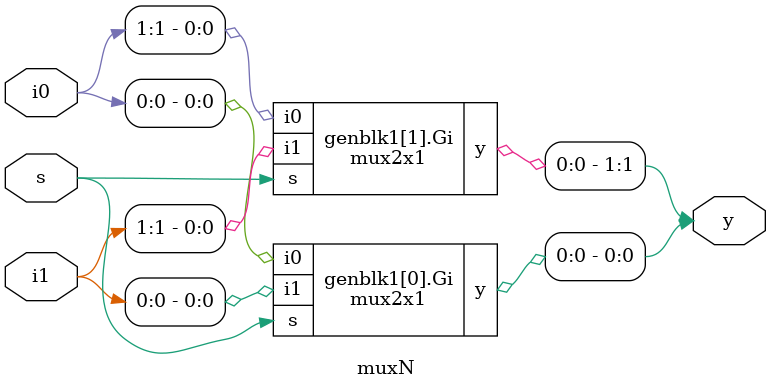
<source format=v>
module mux2x1 (output y, input s,i1,i0);
	not n1(s_bar,s);
	and T1(t1,s_bar,i0);
	and T2(t2,s,i1);
	or o1(y,t1,t2);
endmodule

module muxN (y,s,i0,i1);
	parameter N=2;
	
	input[N-1:0] i0,i1;
	input s;
	output [N-1:0] y;
	
	genvar j;
	
	for (j=0;j<N;j=j+1) begin
		mux2x1 Gi (y[j],s,i1[j],i0[j]);
	end

endmodule
</source>
